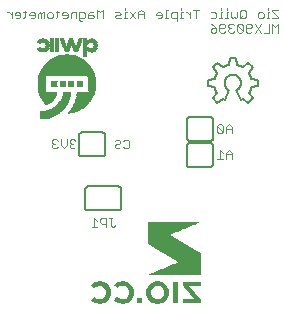
<source format=gbr>
G04 EAGLE Gerber RS-274X export*
G75*
%MOMM*%
%FSLAX34Y34*%
%LPD*%
%AMOC8*
5,1,8,0,0,1.08239X$1,22.5*%
G01*
%ADD10C,0.076200*%
%ADD11C,0.152400*%
%ADD12R,0.120000X0.020000*%
%ADD13R,0.340000X0.020000*%
%ADD14R,0.320000X0.020000*%
%ADD15R,0.140000X0.020000*%
%ADD16R,0.280000X0.020000*%
%ADD17R,0.360000X0.020000*%
%ADD18R,0.420000X0.020000*%
%ADD19R,0.380000X0.020000*%
%ADD20R,0.480000X0.020000*%
%ADD21R,0.540000X0.020000*%
%ADD22R,0.560000X0.020000*%
%ADD23R,0.400000X0.020000*%
%ADD24R,0.640000X0.020000*%
%ADD25R,0.620000X0.020000*%
%ADD26R,0.700000X0.020000*%
%ADD27R,0.660000X0.020000*%
%ADD28R,0.740000X0.020000*%
%ADD29R,1.080000X0.020000*%
%ADD30R,0.800000X0.020000*%
%ADD31R,1.100000X0.020000*%
%ADD32R,0.440000X0.020000*%
%ADD33R,0.840000X0.020000*%
%ADD34R,1.120000X0.020000*%
%ADD35R,0.460000X0.020000*%
%ADD36R,0.860000X0.020000*%
%ADD37R,0.900000X0.020000*%
%ADD38R,1.140000X0.020000*%
%ADD39R,0.920000X0.020000*%
%ADD40R,1.160000X0.020000*%
%ADD41R,0.960000X0.020000*%
%ADD42R,0.500000X0.020000*%
%ADD43R,0.520000X0.020000*%
%ADD44R,0.940000X0.020000*%
%ADD45R,0.260000X0.020000*%
%ADD46R,0.180000X0.020000*%
%ADD47R,0.580000X0.020000*%
%ADD48R,0.060000X0.020000*%
%ADD49R,0.600000X0.020000*%
%ADD50R,0.300000X0.020000*%
%ADD51R,0.040000X0.020000*%
%ADD52R,0.100000X0.020000*%
%ADD53R,0.160000X0.020000*%
%ADD54R,0.220000X0.020000*%
%ADD55R,0.980000X0.020000*%
%ADD56R,0.880000X0.020000*%
%ADD57R,0.760000X0.020000*%
%ADD58R,1.060000X0.020000*%
%ADD59R,0.720000X0.020000*%
%ADD60R,0.820000X0.020000*%
%ADD61R,1.180000X0.020000*%
%ADD62R,1.340000X0.020000*%
%ADD63R,1.460000X0.020000*%
%ADD64R,1.600000X0.020000*%
%ADD65R,1.700000X0.020000*%
%ADD66R,1.820000X0.020000*%
%ADD67R,1.900000X0.020000*%
%ADD68R,1.980000X0.020000*%
%ADD69R,2.100000X0.020000*%
%ADD70R,2.160000X0.020000*%
%ADD71R,2.260000X0.020000*%
%ADD72R,2.340000X0.020000*%
%ADD73R,2.400000X0.020000*%
%ADD74R,2.480000X0.020000*%
%ADD75R,2.540000X0.020000*%
%ADD76R,2.600000X0.020000*%
%ADD77R,2.680000X0.020000*%
%ADD78R,2.720000X0.020000*%
%ADD79R,2.800000X0.020000*%
%ADD80R,2.840000X0.020000*%
%ADD81R,2.900000X0.020000*%
%ADD82R,2.960000X0.020000*%
%ADD83R,3.000000X0.020000*%
%ADD84R,3.060000X0.020000*%
%ADD85R,3.120000X0.020000*%
%ADD86R,3.160000X0.020000*%
%ADD87R,3.200000X0.020000*%
%ADD88R,3.260000X0.020000*%
%ADD89R,3.300000X0.020000*%
%ADD90R,3.340000X0.020000*%
%ADD91R,3.380000X0.020000*%
%ADD92R,3.420000X0.020000*%
%ADD93R,3.460000X0.020000*%
%ADD94R,3.520000X0.020000*%
%ADD95R,3.540000X0.020000*%
%ADD96R,3.580000X0.020000*%
%ADD97R,3.620000X0.020000*%
%ADD98R,3.660000X0.020000*%
%ADD99R,3.700000X0.020000*%
%ADD100R,3.740000X0.020000*%
%ADD101R,3.780000X0.020000*%
%ADD102R,3.800000X0.020000*%
%ADD103R,3.840000X0.020000*%
%ADD104R,3.860000X0.020000*%
%ADD105R,3.900000X0.020000*%
%ADD106R,3.940000X0.020000*%
%ADD107R,3.960000X0.020000*%
%ADD108R,3.980000X0.020000*%
%ADD109R,4.020000X0.020000*%
%ADD110R,4.060000X0.020000*%
%ADD111R,4.080000X0.020000*%
%ADD112R,4.100000X0.020000*%
%ADD113R,4.120000X0.020000*%
%ADD114R,4.160000X0.020000*%
%ADD115R,4.180000X0.020000*%
%ADD116R,4.200000X0.020000*%
%ADD117R,4.240000X0.020000*%
%ADD118R,4.260000X0.020000*%
%ADD119R,4.280000X0.020000*%
%ADD120R,4.300000X0.020000*%
%ADD121R,4.320000X0.020000*%
%ADD122R,4.340000X0.020000*%
%ADD123R,4.380000X0.020000*%
%ADD124R,4.400000X0.020000*%
%ADD125R,4.440000X0.020000*%
%ADD126R,4.460000X0.020000*%
%ADD127R,4.500000X0.020000*%
%ADD128R,4.520000X0.020000*%
%ADD129R,4.540000X0.020000*%
%ADD130R,4.560000X0.020000*%
%ADD131R,4.580000X0.020000*%
%ADD132R,4.600000X0.020000*%
%ADD133R,4.620000X0.020000*%
%ADD134R,4.640000X0.020000*%
%ADD135R,4.660000X0.020000*%
%ADD136R,4.680000X0.020000*%
%ADD137R,4.700000X0.020000*%
%ADD138R,4.720000X0.020000*%
%ADD139R,4.740000X0.020000*%
%ADD140R,0.680000X0.020000*%
%ADD141R,1.480000X0.020000*%
%ADD142R,1.580000X0.020000*%
%ADD143R,1.560000X0.020000*%
%ADD144R,1.540000X0.020000*%
%ADD145R,1.520000X0.020000*%
%ADD146R,1.500000X0.020000*%
%ADD147R,1.440000X0.020000*%
%ADD148R,1.400000X0.020000*%
%ADD149R,1.420000X0.020000*%
%ADD150R,1.380000X0.020000*%
%ADD151R,1.360000X0.020000*%
%ADD152R,1.320000X0.020000*%
%ADD153R,1.300000X0.020000*%
%ADD154R,1.260000X0.020000*%
%ADD155R,1.220000X0.020000*%
%ADD156R,1.200000X0.020000*%
%ADD157R,1.040000X0.020000*%
%ADD158R,1.020000X0.020000*%
%ADD159R,1.000000X0.020000*%
%ADD160R,1.280000X0.020000*%
%ADD161R,0.780000X0.020000*%
%ADD162R,1.240000X0.020000*%
%ADD163R,0.020000X0.020000*%
%ADD164R,1.840000X0.020000*%
%ADD165R,1.800000X0.020000*%
%ADD166R,1.780000X0.020000*%
%ADD167R,1.760000X0.020000*%
%ADD168R,1.740000X0.020000*%
%ADD169R,1.680000X0.020000*%
%ADD170R,1.660000X0.020000*%
%ADD171R,1.620000X0.020000*%

G36*
X173595Y32065D02*
X173595Y32065D01*
X173594Y32066D01*
X173595Y32067D01*
X173595Y50777D01*
X173590Y50782D01*
X173590Y50787D01*
X173354Y50941D01*
X173353Y50941D01*
X171919Y51780D01*
X170486Y52616D01*
X169050Y53452D01*
X167614Y54286D01*
X166177Y55120D01*
X164741Y55954D01*
X163306Y56788D01*
X161868Y57622D01*
X160433Y58456D01*
X159019Y59277D01*
X157605Y60098D01*
X156194Y60921D01*
X153370Y62567D01*
X151960Y63393D01*
X150550Y64222D01*
X149144Y65052D01*
X147768Y65889D01*
X149302Y66574D01*
X150865Y67245D01*
X152432Y67913D01*
X154000Y68579D01*
X155567Y69242D01*
X157136Y69904D01*
X158705Y70566D01*
X160276Y71225D01*
X161882Y71900D01*
X163487Y72574D01*
X165093Y73249D01*
X166699Y73926D01*
X168304Y74601D01*
X169910Y75277D01*
X171514Y75956D01*
X173118Y76638D01*
X173120Y76643D01*
X173125Y76647D01*
X173123Y76649D01*
X173125Y76652D01*
X173118Y76655D01*
X173114Y76661D01*
X171468Y76769D01*
X171467Y76769D01*
X171133Y76773D01*
X171130Y76773D01*
X170024Y76784D01*
X170024Y76785D01*
X170021Y76785D01*
X169768Y76787D01*
X168345Y76796D01*
X168340Y76796D01*
X168069Y76798D01*
X166370Y76806D01*
X165049Y76808D01*
X165034Y76808D01*
X164671Y76809D01*
X162972Y76813D01*
X161273Y76815D01*
X159573Y76816D01*
X157874Y76818D01*
X156175Y76818D01*
X154476Y76820D01*
X151078Y76820D01*
X150959Y76820D01*
X150930Y76820D01*
X149359Y76822D01*
X144202Y76822D01*
X142483Y76824D01*
X139044Y76824D01*
X137325Y76826D01*
X132168Y76826D01*
X130449Y76827D01*
X130449Y76828D01*
X128730Y76828D01*
X128718Y76817D01*
X128719Y76816D01*
X128718Y76816D01*
X128718Y58028D01*
X128723Y58023D01*
X128724Y58018D01*
X130163Y57184D01*
X133045Y55512D01*
X134485Y54677D01*
X135926Y53843D01*
X137365Y53007D01*
X138806Y52171D01*
X140247Y51335D01*
X141687Y50500D01*
X143129Y49664D01*
X144572Y48826D01*
X146013Y47989D01*
X147455Y47149D01*
X148897Y46310D01*
X150339Y45471D01*
X151778Y44627D01*
X153217Y43784D01*
X154629Y42942D01*
X152988Y42227D01*
X151318Y41518D01*
X149649Y40812D01*
X147979Y40108D01*
X146307Y39404D01*
X144634Y38702D01*
X142963Y37999D01*
X141353Y37324D01*
X139742Y36648D01*
X138131Y35973D01*
X136522Y35298D01*
X134910Y34622D01*
X133299Y33947D01*
X130080Y32593D01*
X128883Y32087D01*
X128880Y32081D01*
X128875Y32077D01*
X128877Y32075D01*
X128876Y32073D01*
X128882Y32069D01*
X128887Y32064D01*
X134044Y32064D01*
X135762Y32062D01*
X142638Y32062D01*
X144357Y32060D01*
X151235Y32060D01*
X152954Y32058D01*
X159831Y32058D01*
X161550Y32057D01*
X168426Y32057D01*
X170145Y32055D01*
X173583Y32055D01*
X173595Y32065D01*
G37*
G36*
X137724Y7719D02*
X137724Y7719D01*
X138266Y7732D01*
X138267Y7732D01*
X139531Y7909D01*
X139531Y7910D01*
X139532Y7910D01*
X139533Y7910D01*
X141223Y8513D01*
X141224Y8515D01*
X141225Y8514D01*
X142772Y9427D01*
X142773Y9428D01*
X142774Y9428D01*
X144124Y10611D01*
X144124Y10613D01*
X144125Y10613D01*
X145210Y11992D01*
X145209Y11993D01*
X145211Y11994D01*
X146010Y13554D01*
X146010Y13555D01*
X146011Y13556D01*
X146475Y15248D01*
X146475Y15249D01*
X146476Y15250D01*
X146620Y16996D01*
X146619Y16997D01*
X146620Y16998D01*
X146485Y18790D01*
X146484Y18792D01*
X146484Y18793D01*
X146002Y20525D01*
X146000Y20526D01*
X146001Y20527D01*
X145196Y22114D01*
X145195Y22115D01*
X145195Y22116D01*
X144099Y23519D01*
X144098Y23519D01*
X144098Y23520D01*
X142759Y24696D01*
X142758Y24696D01*
X142758Y24698D01*
X141229Y25608D01*
X141227Y25608D01*
X141227Y25609D01*
X139555Y26226D01*
X139554Y26225D01*
X139553Y26226D01*
X138154Y26451D01*
X138153Y26451D01*
X137725Y26473D01*
X137350Y26492D01*
X136873Y26516D01*
X136737Y26523D01*
X136736Y26522D01*
X136736Y26523D01*
X135322Y26442D01*
X135321Y26441D01*
X135320Y26442D01*
X133555Y25988D01*
X133554Y25987D01*
X133553Y25988D01*
X131889Y25243D01*
X131888Y25242D01*
X131887Y25242D01*
X130378Y24222D01*
X130378Y24220D01*
X130376Y24220D01*
X129393Y23209D01*
X129393Y23208D01*
X129391Y23208D01*
X128578Y22055D01*
X128578Y22054D01*
X128577Y22054D01*
X127922Y20803D01*
X127922Y20802D01*
X127921Y20802D01*
X127450Y19472D01*
X127450Y19470D01*
X127449Y19470D01*
X127233Y17908D01*
X127234Y17907D01*
X127233Y17906D01*
X127233Y16326D01*
X127234Y16325D01*
X127233Y16324D01*
X127451Y14763D01*
X127452Y14762D01*
X127451Y14760D01*
X128013Y13189D01*
X128014Y13189D01*
X128014Y13188D01*
X128835Y11734D01*
X128836Y11733D01*
X128836Y11732D01*
X129898Y10446D01*
X129900Y10446D01*
X129900Y10445D01*
X131175Y9369D01*
X131176Y9369D01*
X131176Y9368D01*
X132619Y8532D01*
X132621Y8533D01*
X132621Y8532D01*
X134016Y7996D01*
X134018Y7996D01*
X134019Y7995D01*
X135493Y7746D01*
X135494Y7747D01*
X135494Y7746D01*
X136988Y7702D01*
X136989Y7703D01*
X136989Y7702D01*
X137724Y7719D01*
G37*
G36*
X173699Y7914D02*
X173699Y7914D01*
X173699Y7915D01*
X173697Y9457D01*
X173694Y10999D01*
X173690Y11003D01*
X173691Y11007D01*
X172692Y12168D01*
X171694Y13327D01*
X169697Y15650D01*
X168698Y16809D01*
X167700Y17971D01*
X166699Y19132D01*
X165701Y20291D01*
X164702Y21453D01*
X163721Y22593D01*
X165308Y22602D01*
X168534Y22620D01*
X170147Y22629D01*
X171760Y22638D01*
X173375Y22647D01*
X173387Y22658D01*
X173386Y22659D01*
X173387Y22659D01*
X173387Y26213D01*
X173376Y26224D01*
X173375Y26224D01*
X173375Y26225D01*
X158422Y26225D01*
X158411Y26214D01*
X158411Y26213D01*
X158410Y26213D01*
X158410Y23180D01*
X158414Y23177D01*
X158413Y23173D01*
X159415Y22006D01*
X160418Y20841D01*
X161420Y19674D01*
X162422Y18509D01*
X163424Y17344D01*
X164426Y16178D01*
X165429Y15013D01*
X166431Y13846D01*
X167433Y12681D01*
X168418Y11534D01*
X168210Y11533D01*
X168205Y11533D01*
X166774Y11525D01*
X166030Y11521D01*
X166025Y11521D01*
X165103Y11516D01*
X163849Y11509D01*
X163844Y11509D01*
X163433Y11506D01*
X161764Y11497D01*
X161672Y11497D01*
X161666Y11497D01*
X160092Y11488D01*
X159336Y11485D01*
X159329Y11485D01*
X158422Y11481D01*
X158410Y11470D01*
X158411Y11470D01*
X158410Y11469D01*
X158410Y7915D01*
X158421Y7904D01*
X158422Y7904D01*
X173687Y7904D01*
X173699Y7914D01*
G37*
G36*
X108261Y7703D02*
X108261Y7703D01*
X108262Y7702D01*
X109970Y7898D01*
X109971Y7900D01*
X109972Y7899D01*
X111541Y8453D01*
X111542Y8454D01*
X111543Y8454D01*
X112994Y9269D01*
X112994Y9271D01*
X112995Y9271D01*
X114266Y10342D01*
X114267Y10344D01*
X114268Y10344D01*
X115318Y11633D01*
X115318Y11635D01*
X115319Y11635D01*
X116122Y13093D01*
X116121Y13094D01*
X116123Y13094D01*
X116678Y14663D01*
X116678Y14665D01*
X116679Y14666D01*
X116851Y15882D01*
X116850Y15883D01*
X116851Y15883D01*
X116866Y17116D01*
X116865Y17116D01*
X116866Y17116D01*
X116836Y18453D01*
X116835Y18454D01*
X116836Y18455D01*
X116578Y19763D01*
X116577Y19764D01*
X116578Y19765D01*
X116011Y21237D01*
X116010Y21238D01*
X116010Y21239D01*
X115220Y22605D01*
X115219Y22605D01*
X115219Y22607D01*
X114208Y23817D01*
X114206Y23817D01*
X114206Y23819D01*
X112999Y24832D01*
X112998Y24832D01*
X112997Y24833D01*
X111631Y25620D01*
X111630Y25619D01*
X111629Y25620D01*
X110154Y26180D01*
X110152Y26179D01*
X110152Y26180D01*
X108592Y26468D01*
X108591Y26467D01*
X108590Y26468D01*
X108581Y26468D01*
X108268Y26480D01*
X107955Y26492D01*
X107642Y26504D01*
X107641Y26504D01*
X107329Y26516D01*
X107328Y26516D01*
X107015Y26528D01*
X107006Y26528D01*
X107005Y26528D01*
X105425Y26387D01*
X105424Y26387D01*
X105423Y26387D01*
X104075Y26091D01*
X104074Y26090D01*
X102782Y25602D01*
X102782Y25601D01*
X102781Y25601D01*
X101590Y24903D01*
X101590Y24901D01*
X101589Y24902D01*
X100499Y24053D01*
X100498Y24053D01*
X100140Y23746D01*
X100139Y23737D01*
X100138Y23736D01*
X100138Y23735D01*
X100138Y23730D01*
X100139Y23730D01*
X100139Y23729D01*
X100781Y22990D01*
X101421Y22253D01*
X102704Y20775D01*
X102711Y20774D01*
X102713Y20774D01*
X102720Y20773D01*
X102721Y20773D01*
X103470Y21336D01*
X104884Y22209D01*
X106459Y22731D01*
X108116Y22759D01*
X109696Y22261D01*
X110975Y21363D01*
X111924Y20122D01*
X112502Y18668D01*
X112701Y17114D01*
X112522Y15559D01*
X111962Y14097D01*
X111037Y12836D01*
X109971Y12002D01*
X108709Y11517D01*
X107359Y11378D01*
X105891Y11526D01*
X104515Y12050D01*
X103300Y12892D01*
X102628Y13446D01*
X102612Y13445D01*
X101317Y12139D01*
X100670Y11488D01*
X100022Y10835D01*
X100022Y10832D01*
X100022Y10831D01*
X100021Y10820D01*
X100023Y10820D01*
X100023Y10818D01*
X100701Y10193D01*
X100702Y10193D01*
X100702Y10192D01*
X101938Y9194D01*
X101939Y9194D01*
X101939Y9193D01*
X103318Y8408D01*
X103320Y8408D01*
X103320Y8407D01*
X104824Y7899D01*
X104825Y7899D01*
X104826Y7898D01*
X106536Y7706D01*
X106537Y7707D01*
X106537Y7706D01*
X108260Y7702D01*
X108261Y7703D01*
G37*
G36*
X88996Y7701D02*
X88996Y7701D01*
X88997Y7701D01*
X90745Y7902D01*
X90747Y7903D01*
X90748Y7902D01*
X92317Y8471D01*
X92318Y8473D01*
X92319Y8472D01*
X93757Y9319D01*
X93757Y9320D01*
X93758Y9320D01*
X95018Y10414D01*
X95019Y10415D01*
X95020Y10415D01*
X96060Y11719D01*
X96060Y11721D01*
X96062Y11721D01*
X96855Y13190D01*
X96855Y13191D01*
X96856Y13191D01*
X97379Y14777D01*
X97379Y14778D01*
X97380Y14779D01*
X97383Y14802D01*
X97390Y14850D01*
X97395Y14885D01*
X97397Y14897D01*
X97402Y14933D01*
X97404Y14945D01*
X97409Y14981D01*
X97416Y15029D01*
X97423Y15076D01*
X97424Y15076D01*
X97423Y15076D01*
X97431Y15124D01*
X97436Y15160D01*
X97438Y15172D01*
X97443Y15208D01*
X97445Y15220D01*
X97450Y15255D01*
X97457Y15303D01*
X97464Y15351D01*
X97471Y15399D01*
X97476Y15434D01*
X97476Y15435D01*
X97478Y15446D01*
X97483Y15482D01*
X97485Y15494D01*
X97490Y15530D01*
X97497Y15578D01*
X97504Y15625D01*
X97504Y15626D01*
X97511Y15673D01*
X97517Y15709D01*
X97518Y15721D01*
X97524Y15757D01*
X97525Y15769D01*
X97531Y15805D01*
X97538Y15852D01*
X97545Y15900D01*
X97552Y15948D01*
X97557Y15984D01*
X97559Y15996D01*
X97564Y16031D01*
X97566Y16043D01*
X97571Y16079D01*
X97578Y16127D01*
X97585Y16175D01*
X97592Y16222D01*
X97598Y16258D01*
X97599Y16270D01*
X97605Y16306D01*
X97606Y16318D01*
X97612Y16354D01*
X97619Y16401D01*
X97623Y16430D01*
X97622Y16432D01*
X97623Y16433D01*
X97579Y18100D01*
X97578Y18101D01*
X97579Y18102D01*
X97277Y19701D01*
X97276Y19702D01*
X97277Y19703D01*
X96717Y21230D01*
X96716Y21230D01*
X96716Y21232D01*
X95901Y22638D01*
X95899Y22638D01*
X95899Y22640D01*
X94844Y23876D01*
X94843Y23876D01*
X94843Y23877D01*
X93584Y24907D01*
X93583Y24907D01*
X93583Y24908D01*
X92163Y25702D01*
X92162Y25702D01*
X92162Y25703D01*
X90631Y26253D01*
X90629Y26252D01*
X90628Y26254D01*
X88862Y26482D01*
X88861Y26482D01*
X88860Y26482D01*
X87494Y26478D01*
X87483Y26478D01*
X87075Y26477D01*
X87075Y26476D01*
X87074Y26477D01*
X85307Y26248D01*
X85306Y26247D01*
X85305Y26248D01*
X83769Y25721D01*
X83768Y25720D01*
X83767Y25720D01*
X82337Y24956D01*
X82336Y24954D01*
X82335Y24955D01*
X81594Y24379D01*
X81594Y24378D01*
X81593Y24378D01*
X80940Y23714D01*
X80940Y23698D01*
X81731Y22709D01*
X81732Y22708D01*
X82569Y21753D01*
X82570Y21753D01*
X83451Y20842D01*
X83465Y20841D01*
X83467Y20841D01*
X84249Y21393D01*
X85420Y22153D01*
X86723Y22642D01*
X88110Y22779D01*
X89565Y22585D01*
X90904Y21994D01*
X92004Y21029D01*
X92794Y19794D01*
X93261Y18458D01*
X93378Y17047D01*
X93188Y15459D01*
X92597Y13975D01*
X91608Y12721D01*
X90289Y11823D01*
X89333Y11468D01*
X88312Y11393D01*
X86754Y11475D01*
X85294Y12006D01*
X84009Y12888D01*
X83290Y13452D01*
X83274Y13451D01*
X82056Y12227D01*
X80836Y10892D01*
X80836Y10876D01*
X81679Y9967D01*
X81680Y9966D01*
X82640Y9175D01*
X82642Y9176D01*
X82642Y9174D01*
X84014Y8430D01*
X84015Y8430D01*
X84015Y8429D01*
X85484Y7906D01*
X85486Y7907D01*
X85487Y7905D01*
X87233Y7702D01*
X87234Y7703D01*
X87234Y7702D01*
X88996Y7701D01*
X88996Y7701D01*
G37*
%LPC*%
G36*
X135530Y11490D02*
X135530Y11490D01*
X134182Y12033D01*
X133040Y12935D01*
X132168Y14101D01*
X131615Y15446D01*
X131461Y17016D01*
X131602Y18507D01*
X132120Y19907D01*
X133013Y21106D01*
X134253Y22084D01*
X135721Y22664D01*
X137294Y22804D01*
X137722Y22721D01*
X138843Y22498D01*
X140326Y21653D01*
X141461Y20372D01*
X142171Y18814D01*
X142412Y17120D01*
X142171Y15366D01*
X141434Y13758D01*
X140226Y12466D01*
X138669Y11625D01*
X137722Y11475D01*
X137109Y11380D01*
X135530Y11490D01*
G37*
%LPD*%
G36*
X154462Y7914D02*
X154462Y7914D01*
X154461Y7915D01*
X154462Y7915D01*
X154462Y26213D01*
X154452Y26224D01*
X154451Y26224D01*
X154450Y26225D01*
X150372Y26225D01*
X150360Y26214D01*
X150361Y26213D01*
X150360Y26213D01*
X150360Y7915D01*
X150370Y7904D01*
X150371Y7904D01*
X150372Y7904D01*
X154450Y7904D01*
X154462Y7914D01*
G37*
G36*
X124141Y7914D02*
X124141Y7914D01*
X124140Y7915D01*
X124141Y7915D01*
X124141Y12098D01*
X124130Y12110D01*
X124129Y12109D01*
X124129Y12110D01*
X119946Y12110D01*
X119934Y12099D01*
X119935Y12099D01*
X119934Y12098D01*
X119934Y7915D01*
X119945Y7904D01*
X119946Y7904D01*
X124129Y7904D01*
X124141Y7914D01*
G37*
D10*
X239141Y256673D02*
X234226Y256673D01*
X234226Y255445D01*
X239141Y250530D01*
X239141Y249301D01*
X234226Y249301D01*
X231657Y254216D02*
X230428Y254216D01*
X230428Y249301D01*
X231657Y249301D02*
X229199Y249301D01*
X230428Y256673D02*
X230428Y257902D01*
X225439Y249301D02*
X222981Y249301D01*
X221753Y250530D01*
X221753Y252987D01*
X222981Y254216D01*
X225439Y254216D01*
X226667Y252987D01*
X226667Y250530D01*
X225439Y249301D01*
X211699Y250530D02*
X211699Y255445D01*
X210470Y256673D01*
X208013Y256673D01*
X206784Y255445D01*
X206784Y250530D01*
X208013Y249301D01*
X210470Y249301D01*
X211699Y250530D01*
X209242Y251758D02*
X206784Y249301D01*
X204215Y250530D02*
X204215Y254216D01*
X204215Y250530D02*
X202986Y249301D01*
X201758Y250530D01*
X200529Y249301D01*
X199300Y250530D01*
X199300Y254216D01*
X196731Y254216D02*
X195502Y254216D01*
X195502Y249301D01*
X196731Y249301D02*
X194273Y249301D01*
X195502Y256673D02*
X195502Y257902D01*
X191741Y254216D02*
X190513Y254216D01*
X190513Y249301D01*
X191741Y249301D02*
X189284Y249301D01*
X190513Y256673D02*
X190513Y257902D01*
X185523Y254216D02*
X181837Y254216D01*
X185523Y254216D02*
X186752Y252987D01*
X186752Y250530D01*
X185523Y249301D01*
X181837Y249301D01*
X169326Y249301D02*
X169326Y256673D01*
X166869Y256673D02*
X171784Y256673D01*
X164299Y254216D02*
X164299Y249301D01*
X164299Y251758D02*
X161842Y254216D01*
X160613Y254216D01*
X158063Y254216D02*
X156834Y254216D01*
X156834Y249301D01*
X158063Y249301D02*
X155605Y249301D01*
X156834Y256673D02*
X156834Y257902D01*
X153073Y254216D02*
X153073Y246844D01*
X153073Y254216D02*
X149387Y254216D01*
X148158Y252987D01*
X148158Y250530D01*
X149387Y249301D01*
X153073Y249301D01*
X145589Y256673D02*
X144360Y256673D01*
X144360Y249301D01*
X143132Y249301D02*
X145589Y249301D01*
X139371Y249301D02*
X136914Y249301D01*
X139371Y249301D02*
X140600Y250530D01*
X140600Y252987D01*
X139371Y254216D01*
X136914Y254216D01*
X135685Y252987D01*
X135685Y251758D01*
X140600Y251758D01*
X125631Y249301D02*
X125631Y254216D01*
X123174Y256673D01*
X120716Y254216D01*
X120716Y249301D01*
X120716Y252987D02*
X125631Y252987D01*
X118147Y254216D02*
X113232Y249301D01*
X118147Y249301D02*
X113232Y254216D01*
X110663Y254216D02*
X109434Y254216D01*
X109434Y249301D01*
X108206Y249301D02*
X110663Y249301D01*
X109434Y256673D02*
X109434Y257902D01*
X105674Y249301D02*
X101987Y249301D01*
X100759Y250530D01*
X101987Y251758D01*
X104445Y251758D01*
X105674Y252987D01*
X104445Y254216D01*
X100759Y254216D01*
X90705Y256673D02*
X90705Y249301D01*
X88248Y254216D02*
X90705Y256673D01*
X88248Y254216D02*
X85790Y256673D01*
X85790Y249301D01*
X81992Y254216D02*
X79535Y254216D01*
X78306Y252987D01*
X78306Y249301D01*
X81992Y249301D01*
X83221Y250530D01*
X81992Y251758D01*
X78306Y251758D01*
X73280Y246844D02*
X72051Y246844D01*
X70822Y248072D01*
X70822Y254216D01*
X74508Y254216D01*
X75737Y252987D01*
X75737Y250530D01*
X74508Y249301D01*
X70822Y249301D01*
X68253Y249301D02*
X68253Y254216D01*
X64567Y254216D01*
X63338Y252987D01*
X63338Y249301D01*
X59540Y249301D02*
X57083Y249301D01*
X59540Y249301D02*
X60769Y250530D01*
X60769Y252987D01*
X59540Y254216D01*
X57083Y254216D01*
X55854Y252987D01*
X55854Y251758D01*
X60769Y251758D01*
X52056Y250530D02*
X52056Y255445D01*
X52056Y250530D02*
X50827Y249301D01*
X50827Y254216D02*
X53284Y254216D01*
X47066Y249301D02*
X44609Y249301D01*
X43380Y250530D01*
X43380Y252987D01*
X44609Y254216D01*
X47066Y254216D01*
X48295Y252987D01*
X48295Y250530D01*
X47066Y249301D01*
X40811Y249301D02*
X40811Y254216D01*
X39582Y254216D01*
X38353Y252987D01*
X38353Y249301D01*
X38353Y252987D02*
X37125Y254216D01*
X35896Y252987D01*
X35896Y249301D01*
X32098Y249301D02*
X29641Y249301D01*
X32098Y249301D02*
X33327Y250530D01*
X33327Y252987D01*
X32098Y254216D01*
X29641Y254216D01*
X28412Y252987D01*
X28412Y251758D01*
X33327Y251758D01*
X24614Y250530D02*
X24614Y255445D01*
X24614Y250530D02*
X23385Y249301D01*
X23385Y254216D02*
X25843Y254216D01*
X19624Y249301D02*
X17167Y249301D01*
X19624Y249301D02*
X20853Y250530D01*
X20853Y252987D01*
X19624Y254216D01*
X17167Y254216D01*
X15938Y252987D01*
X15938Y251758D01*
X20853Y251758D01*
X13369Y249301D02*
X13369Y254216D01*
X10912Y254216D02*
X13369Y251758D01*
X10912Y254216D02*
X9683Y254216D01*
X239141Y244481D02*
X239141Y237109D01*
X236684Y242024D02*
X239141Y244481D01*
X236684Y242024D02*
X234226Y244481D01*
X234226Y237109D01*
X231657Y237109D02*
X231657Y244481D01*
X231657Y237109D02*
X226742Y237109D01*
X219258Y237109D02*
X224173Y244481D01*
X219258Y244481D02*
X224173Y237109D01*
X216689Y238338D02*
X215460Y237109D01*
X213002Y237109D01*
X211774Y238338D01*
X211774Y243253D01*
X213002Y244481D01*
X215460Y244481D01*
X216689Y243253D01*
X216689Y242024D01*
X215460Y240795D01*
X211774Y240795D01*
X209204Y238338D02*
X209204Y243253D01*
X207976Y244481D01*
X205518Y244481D01*
X204290Y243253D01*
X204290Y238338D01*
X205518Y237109D01*
X207976Y237109D01*
X209204Y238338D01*
X204290Y243253D01*
X201720Y243253D02*
X200492Y244481D01*
X198034Y244481D01*
X196805Y243253D01*
X196805Y242024D01*
X198034Y240795D01*
X199263Y240795D01*
X198034Y240795D02*
X196805Y239566D01*
X196805Y238338D01*
X198034Y237109D01*
X200492Y237109D01*
X201720Y238338D01*
X194236Y238338D02*
X193007Y237109D01*
X190550Y237109D01*
X189321Y238338D01*
X189321Y243253D01*
X190550Y244481D01*
X193007Y244481D01*
X194236Y243253D01*
X194236Y242024D01*
X193007Y240795D01*
X189321Y240795D01*
X184295Y243253D02*
X181837Y244481D01*
X184295Y243253D02*
X186752Y240795D01*
X186752Y238338D01*
X185523Y237109D01*
X183066Y237109D01*
X181837Y238338D01*
X181837Y239566D01*
X183066Y240795D01*
X186752Y240795D01*
X100965Y74000D02*
X99736Y72771D01*
X98508Y72771D01*
X97279Y74000D01*
X97279Y80143D01*
X98508Y80143D02*
X96050Y80143D01*
X93481Y80143D02*
X93481Y72771D01*
X93481Y80143D02*
X89795Y80143D01*
X88566Y78915D01*
X88566Y76457D01*
X89795Y75228D01*
X93481Y75228D01*
X85997Y77686D02*
X83539Y80143D01*
X83539Y72771D01*
X81082Y72771D02*
X85997Y72771D01*
X199771Y152019D02*
X199771Y156934D01*
X197314Y159391D01*
X194856Y156934D01*
X194856Y152019D01*
X194856Y155705D02*
X199771Y155705D01*
X192287Y153248D02*
X192287Y158163D01*
X191058Y159391D01*
X188601Y159391D01*
X187372Y158163D01*
X187372Y153248D01*
X188601Y152019D01*
X191058Y152019D01*
X192287Y153248D01*
X187372Y158163D01*
X199771Y135344D02*
X199771Y130429D01*
X199771Y135344D02*
X197314Y137801D01*
X194856Y135344D01*
X194856Y130429D01*
X194856Y134115D02*
X199771Y134115D01*
X192287Y135344D02*
X189829Y137801D01*
X189829Y130429D01*
X187372Y130429D02*
X192287Y130429D01*
X109217Y146437D02*
X107988Y145209D01*
X109217Y146437D02*
X111674Y146437D01*
X112903Y145209D01*
X112903Y140294D01*
X111674Y139065D01*
X109217Y139065D01*
X107988Y140294D01*
X101733Y146437D02*
X100504Y145209D01*
X101733Y146437D02*
X104190Y146437D01*
X105419Y145209D01*
X105419Y143980D01*
X104190Y142751D01*
X101733Y142751D01*
X100504Y141522D01*
X100504Y140294D01*
X101733Y139065D01*
X104190Y139065D01*
X105419Y140294D01*
X67437Y145463D02*
X66208Y146691D01*
X63751Y146691D01*
X62522Y145463D01*
X62522Y144234D01*
X63751Y143005D01*
X64980Y143005D01*
X63751Y143005D02*
X62522Y141776D01*
X62522Y140548D01*
X63751Y139319D01*
X66208Y139319D01*
X67437Y140548D01*
X59953Y141776D02*
X59953Y146691D01*
X59953Y141776D02*
X57495Y139319D01*
X55038Y141776D01*
X55038Y146691D01*
X52469Y145463D02*
X51240Y146691D01*
X48783Y146691D01*
X47554Y145463D01*
X47554Y144234D01*
X48783Y143005D01*
X50011Y143005D01*
X48783Y143005D02*
X47554Y141776D01*
X47554Y140548D01*
X48783Y139319D01*
X51240Y139319D01*
X52469Y140548D01*
D11*
X78232Y86708D02*
X103632Y86708D01*
X78232Y107028D02*
X78132Y107026D01*
X78033Y107020D01*
X77933Y107010D01*
X77835Y106997D01*
X77736Y106979D01*
X77639Y106958D01*
X77543Y106933D01*
X77447Y106904D01*
X77353Y106871D01*
X77260Y106835D01*
X77169Y106795D01*
X77079Y106751D01*
X76991Y106704D01*
X76905Y106654D01*
X76821Y106600D01*
X76739Y106543D01*
X76660Y106483D01*
X76582Y106419D01*
X76508Y106353D01*
X76436Y106284D01*
X76367Y106212D01*
X76301Y106138D01*
X76237Y106060D01*
X76177Y105981D01*
X76120Y105899D01*
X76066Y105815D01*
X76016Y105729D01*
X75969Y105641D01*
X75925Y105551D01*
X75885Y105460D01*
X75849Y105367D01*
X75816Y105273D01*
X75787Y105177D01*
X75762Y105081D01*
X75741Y104984D01*
X75723Y104885D01*
X75710Y104787D01*
X75700Y104687D01*
X75694Y104588D01*
X75692Y104488D01*
X103632Y107028D02*
X103732Y107026D01*
X103831Y107020D01*
X103931Y107010D01*
X104029Y106997D01*
X104128Y106979D01*
X104225Y106958D01*
X104321Y106933D01*
X104417Y106904D01*
X104511Y106871D01*
X104604Y106835D01*
X104695Y106795D01*
X104785Y106751D01*
X104873Y106704D01*
X104959Y106654D01*
X105043Y106600D01*
X105125Y106543D01*
X105204Y106483D01*
X105282Y106419D01*
X105356Y106353D01*
X105428Y106284D01*
X105497Y106212D01*
X105563Y106138D01*
X105627Y106060D01*
X105687Y105981D01*
X105744Y105899D01*
X105798Y105815D01*
X105848Y105729D01*
X105895Y105641D01*
X105939Y105551D01*
X105979Y105460D01*
X106015Y105367D01*
X106048Y105273D01*
X106077Y105177D01*
X106102Y105081D01*
X106123Y104984D01*
X106141Y104885D01*
X106154Y104787D01*
X106164Y104687D01*
X106170Y104588D01*
X106172Y104488D01*
X106172Y89248D02*
X106170Y89148D01*
X106164Y89049D01*
X106154Y88949D01*
X106141Y88851D01*
X106123Y88752D01*
X106102Y88655D01*
X106077Y88559D01*
X106048Y88463D01*
X106015Y88369D01*
X105979Y88276D01*
X105939Y88185D01*
X105895Y88095D01*
X105848Y88007D01*
X105798Y87921D01*
X105744Y87837D01*
X105687Y87755D01*
X105627Y87676D01*
X105563Y87598D01*
X105497Y87524D01*
X105428Y87452D01*
X105356Y87383D01*
X105282Y87317D01*
X105204Y87253D01*
X105125Y87193D01*
X105043Y87136D01*
X104959Y87082D01*
X104873Y87032D01*
X104785Y86985D01*
X104695Y86941D01*
X104604Y86901D01*
X104511Y86865D01*
X104417Y86832D01*
X104321Y86803D01*
X104225Y86778D01*
X104128Y86757D01*
X104029Y86739D01*
X103931Y86726D01*
X103831Y86716D01*
X103732Y86710D01*
X103632Y86708D01*
X78232Y86708D02*
X78132Y86710D01*
X78033Y86716D01*
X77933Y86726D01*
X77835Y86739D01*
X77736Y86757D01*
X77639Y86778D01*
X77543Y86803D01*
X77447Y86832D01*
X77353Y86865D01*
X77260Y86901D01*
X77169Y86941D01*
X77079Y86985D01*
X76991Y87032D01*
X76905Y87082D01*
X76821Y87136D01*
X76739Y87193D01*
X76660Y87253D01*
X76582Y87317D01*
X76508Y87383D01*
X76436Y87452D01*
X76367Y87524D01*
X76301Y87598D01*
X76237Y87676D01*
X76177Y87755D01*
X76120Y87837D01*
X76066Y87921D01*
X76016Y88007D01*
X75969Y88095D01*
X75925Y88185D01*
X75885Y88276D01*
X75849Y88369D01*
X75816Y88463D01*
X75787Y88559D01*
X75762Y88655D01*
X75741Y88752D01*
X75723Y88851D01*
X75710Y88949D01*
X75700Y89049D01*
X75694Y89148D01*
X75692Y89248D01*
X75692Y104488D01*
X106172Y104488D02*
X106172Y89248D01*
X103632Y107028D02*
X78232Y107028D01*
X164256Y166028D02*
X181528Y166028D01*
X184068Y148248D02*
X184066Y148148D01*
X184060Y148049D01*
X184050Y147949D01*
X184037Y147851D01*
X184019Y147752D01*
X183998Y147655D01*
X183973Y147559D01*
X183944Y147463D01*
X183911Y147369D01*
X183875Y147276D01*
X183835Y147185D01*
X183791Y147095D01*
X183744Y147007D01*
X183694Y146921D01*
X183640Y146837D01*
X183583Y146755D01*
X183523Y146676D01*
X183459Y146598D01*
X183393Y146524D01*
X183324Y146452D01*
X183252Y146383D01*
X183178Y146317D01*
X183100Y146253D01*
X183021Y146193D01*
X182939Y146136D01*
X182855Y146082D01*
X182769Y146032D01*
X182681Y145985D01*
X182591Y145941D01*
X182500Y145901D01*
X182407Y145865D01*
X182313Y145832D01*
X182217Y145803D01*
X182121Y145778D01*
X182024Y145757D01*
X181925Y145739D01*
X181827Y145726D01*
X181727Y145716D01*
X181628Y145710D01*
X181528Y145708D01*
X164256Y145708D02*
X164156Y145710D01*
X164057Y145716D01*
X163957Y145726D01*
X163859Y145739D01*
X163760Y145757D01*
X163663Y145778D01*
X163567Y145803D01*
X163471Y145832D01*
X163377Y145865D01*
X163284Y145901D01*
X163193Y145941D01*
X163103Y145985D01*
X163015Y146032D01*
X162929Y146082D01*
X162845Y146136D01*
X162763Y146193D01*
X162684Y146253D01*
X162606Y146317D01*
X162532Y146383D01*
X162460Y146452D01*
X162391Y146524D01*
X162325Y146598D01*
X162261Y146676D01*
X162201Y146755D01*
X162144Y146837D01*
X162090Y146921D01*
X162040Y147007D01*
X161993Y147095D01*
X161949Y147185D01*
X161909Y147276D01*
X161873Y147369D01*
X161840Y147463D01*
X161811Y147559D01*
X161786Y147655D01*
X161765Y147752D01*
X161747Y147851D01*
X161734Y147949D01*
X161724Y148049D01*
X161718Y148148D01*
X161716Y148248D01*
X161716Y163488D02*
X161718Y163588D01*
X161724Y163687D01*
X161734Y163787D01*
X161747Y163885D01*
X161765Y163984D01*
X161786Y164081D01*
X161811Y164177D01*
X161840Y164273D01*
X161873Y164367D01*
X161909Y164460D01*
X161949Y164551D01*
X161993Y164641D01*
X162040Y164729D01*
X162090Y164815D01*
X162144Y164899D01*
X162201Y164981D01*
X162261Y165060D01*
X162325Y165138D01*
X162391Y165212D01*
X162460Y165284D01*
X162532Y165353D01*
X162606Y165419D01*
X162684Y165483D01*
X162763Y165543D01*
X162845Y165600D01*
X162929Y165654D01*
X163015Y165704D01*
X163103Y165751D01*
X163193Y165795D01*
X163284Y165835D01*
X163377Y165871D01*
X163471Y165904D01*
X163567Y165933D01*
X163663Y165958D01*
X163760Y165979D01*
X163859Y165997D01*
X163957Y166010D01*
X164057Y166020D01*
X164156Y166026D01*
X164256Y166028D01*
X181528Y166028D02*
X181628Y166026D01*
X181727Y166020D01*
X181827Y166010D01*
X181925Y165997D01*
X182024Y165979D01*
X182121Y165958D01*
X182217Y165933D01*
X182313Y165904D01*
X182407Y165871D01*
X182500Y165835D01*
X182591Y165795D01*
X182681Y165751D01*
X182769Y165704D01*
X182855Y165654D01*
X182939Y165600D01*
X183021Y165543D01*
X183100Y165483D01*
X183178Y165419D01*
X183252Y165353D01*
X183324Y165284D01*
X183393Y165212D01*
X183459Y165138D01*
X183523Y165060D01*
X183583Y164981D01*
X183640Y164899D01*
X183694Y164815D01*
X183744Y164729D01*
X183791Y164641D01*
X183835Y164551D01*
X183875Y164460D01*
X183911Y164367D01*
X183944Y164273D01*
X183973Y164177D01*
X183998Y164081D01*
X184019Y163984D01*
X184037Y163885D01*
X184050Y163787D01*
X184060Y163687D01*
X184066Y163588D01*
X184068Y163488D01*
X184068Y148248D01*
X161716Y148248D02*
X161716Y163488D01*
X164256Y145708D02*
X181528Y145708D01*
X181356Y143858D02*
X164084Y143858D01*
X183896Y126078D02*
X183894Y125978D01*
X183888Y125879D01*
X183878Y125779D01*
X183865Y125681D01*
X183847Y125582D01*
X183826Y125485D01*
X183801Y125389D01*
X183772Y125293D01*
X183739Y125199D01*
X183703Y125106D01*
X183663Y125015D01*
X183619Y124925D01*
X183572Y124837D01*
X183522Y124751D01*
X183468Y124667D01*
X183411Y124585D01*
X183351Y124506D01*
X183287Y124428D01*
X183221Y124354D01*
X183152Y124282D01*
X183080Y124213D01*
X183006Y124147D01*
X182928Y124083D01*
X182849Y124023D01*
X182767Y123966D01*
X182683Y123912D01*
X182597Y123862D01*
X182509Y123815D01*
X182419Y123771D01*
X182328Y123731D01*
X182235Y123695D01*
X182141Y123662D01*
X182045Y123633D01*
X181949Y123608D01*
X181852Y123587D01*
X181753Y123569D01*
X181655Y123556D01*
X181555Y123546D01*
X181456Y123540D01*
X181356Y123538D01*
X164084Y123538D02*
X163984Y123540D01*
X163885Y123546D01*
X163785Y123556D01*
X163687Y123569D01*
X163588Y123587D01*
X163491Y123608D01*
X163395Y123633D01*
X163299Y123662D01*
X163205Y123695D01*
X163112Y123731D01*
X163021Y123771D01*
X162931Y123815D01*
X162843Y123862D01*
X162757Y123912D01*
X162673Y123966D01*
X162591Y124023D01*
X162512Y124083D01*
X162434Y124147D01*
X162360Y124213D01*
X162288Y124282D01*
X162219Y124354D01*
X162153Y124428D01*
X162089Y124506D01*
X162029Y124585D01*
X161972Y124667D01*
X161918Y124751D01*
X161868Y124837D01*
X161821Y124925D01*
X161777Y125015D01*
X161737Y125106D01*
X161701Y125199D01*
X161668Y125293D01*
X161639Y125389D01*
X161614Y125485D01*
X161593Y125582D01*
X161575Y125681D01*
X161562Y125779D01*
X161552Y125879D01*
X161546Y125978D01*
X161544Y126078D01*
X161544Y141318D02*
X161546Y141418D01*
X161552Y141517D01*
X161562Y141617D01*
X161575Y141715D01*
X161593Y141814D01*
X161614Y141911D01*
X161639Y142007D01*
X161668Y142103D01*
X161701Y142197D01*
X161737Y142290D01*
X161777Y142381D01*
X161821Y142471D01*
X161868Y142559D01*
X161918Y142645D01*
X161972Y142729D01*
X162029Y142811D01*
X162089Y142890D01*
X162153Y142968D01*
X162219Y143042D01*
X162288Y143114D01*
X162360Y143183D01*
X162434Y143249D01*
X162512Y143313D01*
X162591Y143373D01*
X162673Y143430D01*
X162757Y143484D01*
X162843Y143534D01*
X162931Y143581D01*
X163021Y143625D01*
X163112Y143665D01*
X163205Y143701D01*
X163299Y143734D01*
X163395Y143763D01*
X163491Y143788D01*
X163588Y143809D01*
X163687Y143827D01*
X163785Y143840D01*
X163885Y143850D01*
X163984Y143856D01*
X164084Y143858D01*
X181356Y143858D02*
X181456Y143856D01*
X181555Y143850D01*
X181655Y143840D01*
X181753Y143827D01*
X181852Y143809D01*
X181949Y143788D01*
X182045Y143763D01*
X182141Y143734D01*
X182235Y143701D01*
X182328Y143665D01*
X182419Y143625D01*
X182509Y143581D01*
X182597Y143534D01*
X182683Y143484D01*
X182767Y143430D01*
X182849Y143373D01*
X182928Y143313D01*
X183006Y143249D01*
X183080Y143183D01*
X183152Y143114D01*
X183221Y143042D01*
X183287Y142968D01*
X183351Y142890D01*
X183411Y142811D01*
X183468Y142729D01*
X183522Y142645D01*
X183572Y142559D01*
X183619Y142471D01*
X183663Y142381D01*
X183703Y142290D01*
X183739Y142197D01*
X183772Y142103D01*
X183801Y142007D01*
X183826Y141911D01*
X183847Y141814D01*
X183865Y141715D01*
X183878Y141617D01*
X183888Y141517D01*
X183894Y141418D01*
X183896Y141318D01*
X183896Y126078D01*
X161544Y126078D02*
X161544Y141318D01*
X164084Y123538D02*
X181356Y123538D01*
X90170Y132428D02*
X72898Y132428D01*
X70358Y150208D02*
X70360Y150308D01*
X70366Y150407D01*
X70376Y150507D01*
X70389Y150605D01*
X70407Y150704D01*
X70428Y150801D01*
X70453Y150897D01*
X70482Y150993D01*
X70515Y151087D01*
X70551Y151180D01*
X70591Y151271D01*
X70635Y151361D01*
X70682Y151449D01*
X70732Y151535D01*
X70786Y151619D01*
X70843Y151701D01*
X70903Y151780D01*
X70967Y151858D01*
X71033Y151932D01*
X71102Y152004D01*
X71174Y152073D01*
X71248Y152139D01*
X71326Y152203D01*
X71405Y152263D01*
X71487Y152320D01*
X71571Y152374D01*
X71657Y152424D01*
X71745Y152471D01*
X71835Y152515D01*
X71926Y152555D01*
X72019Y152591D01*
X72113Y152624D01*
X72209Y152653D01*
X72305Y152678D01*
X72402Y152699D01*
X72501Y152717D01*
X72599Y152730D01*
X72699Y152740D01*
X72798Y152746D01*
X72898Y152748D01*
X90170Y152748D02*
X90270Y152746D01*
X90369Y152740D01*
X90469Y152730D01*
X90567Y152717D01*
X90666Y152699D01*
X90763Y152678D01*
X90859Y152653D01*
X90955Y152624D01*
X91049Y152591D01*
X91142Y152555D01*
X91233Y152515D01*
X91323Y152471D01*
X91411Y152424D01*
X91497Y152374D01*
X91581Y152320D01*
X91663Y152263D01*
X91742Y152203D01*
X91820Y152139D01*
X91894Y152073D01*
X91966Y152004D01*
X92035Y151932D01*
X92101Y151858D01*
X92165Y151780D01*
X92225Y151701D01*
X92282Y151619D01*
X92336Y151535D01*
X92386Y151449D01*
X92433Y151361D01*
X92477Y151271D01*
X92517Y151180D01*
X92553Y151087D01*
X92586Y150993D01*
X92615Y150897D01*
X92640Y150801D01*
X92661Y150704D01*
X92679Y150605D01*
X92692Y150507D01*
X92702Y150407D01*
X92708Y150308D01*
X92710Y150208D01*
X92710Y134968D02*
X92708Y134868D01*
X92702Y134769D01*
X92692Y134669D01*
X92679Y134571D01*
X92661Y134472D01*
X92640Y134375D01*
X92615Y134279D01*
X92586Y134183D01*
X92553Y134089D01*
X92517Y133996D01*
X92477Y133905D01*
X92433Y133815D01*
X92386Y133727D01*
X92336Y133641D01*
X92282Y133557D01*
X92225Y133475D01*
X92165Y133396D01*
X92101Y133318D01*
X92035Y133244D01*
X91966Y133172D01*
X91894Y133103D01*
X91820Y133037D01*
X91742Y132973D01*
X91663Y132913D01*
X91581Y132856D01*
X91497Y132802D01*
X91411Y132752D01*
X91323Y132705D01*
X91233Y132661D01*
X91142Y132621D01*
X91049Y132585D01*
X90955Y132552D01*
X90859Y132523D01*
X90763Y132498D01*
X90666Y132477D01*
X90567Y132459D01*
X90469Y132446D01*
X90369Y132436D01*
X90270Y132430D01*
X90170Y132428D01*
X72898Y132428D02*
X72798Y132430D01*
X72699Y132436D01*
X72599Y132446D01*
X72501Y132459D01*
X72402Y132477D01*
X72305Y132498D01*
X72209Y132523D01*
X72113Y132552D01*
X72019Y132585D01*
X71926Y132621D01*
X71835Y132661D01*
X71745Y132705D01*
X71657Y132752D01*
X71571Y132802D01*
X71487Y132856D01*
X71405Y132913D01*
X71326Y132973D01*
X71248Y133037D01*
X71174Y133103D01*
X71102Y133172D01*
X71033Y133244D01*
X70967Y133318D01*
X70903Y133396D01*
X70843Y133475D01*
X70786Y133557D01*
X70732Y133641D01*
X70682Y133727D01*
X70635Y133815D01*
X70591Y133905D01*
X70551Y133996D01*
X70515Y134089D01*
X70482Y134183D01*
X70453Y134279D01*
X70428Y134375D01*
X70407Y134472D01*
X70389Y134571D01*
X70376Y134669D01*
X70366Y134769D01*
X70360Y134868D01*
X70358Y134968D01*
X70358Y150208D01*
X92710Y150208D02*
X92710Y134968D01*
X90170Y152748D02*
X72898Y152748D01*
D12*
X81206Y231320D03*
D13*
X75906Y231320D03*
X71706Y231320D03*
D14*
X63806Y231320D03*
X56206Y231320D03*
D13*
X52106Y231320D03*
X47906Y231320D03*
D15*
X40106Y231320D03*
D16*
X81206Y231120D03*
D17*
X75806Y231120D03*
X71606Y231120D03*
X63806Y231120D03*
D13*
X56106Y231120D03*
D17*
X52206Y231120D03*
X47806Y231120D03*
D14*
X40006Y231120D03*
D18*
X81306Y230920D03*
D17*
X75806Y230920D03*
X71606Y230920D03*
D19*
X63906Y230920D03*
D17*
X56206Y230920D03*
X52206Y230920D03*
X47806Y230920D03*
D20*
X40006Y230920D03*
X81206Y230720D03*
D17*
X75806Y230720D03*
X71606Y230720D03*
D19*
X63906Y230720D03*
D13*
X56306Y230720D03*
D17*
X52206Y230720D03*
X47806Y230720D03*
D21*
X40106Y230720D03*
D22*
X81206Y230520D03*
D17*
X75806Y230520D03*
X71406Y230520D03*
D23*
X63806Y230520D03*
D13*
X56306Y230520D03*
D17*
X52206Y230520D03*
X47806Y230520D03*
D24*
X40006Y230520D03*
D25*
X81306Y230320D03*
D17*
X75806Y230320D03*
X71406Y230320D03*
D23*
X63806Y230320D03*
D17*
X56406Y230320D03*
X52206Y230320D03*
X47806Y230320D03*
D26*
X40106Y230320D03*
D27*
X81306Y230120D03*
D19*
X75906Y230120D03*
D13*
X71306Y230120D03*
D18*
X63906Y230120D03*
D13*
X56506Y230120D03*
D17*
X52206Y230120D03*
X47806Y230120D03*
D28*
X40106Y230120D03*
D29*
X79406Y229920D03*
D17*
X71206Y229920D03*
D18*
X63906Y229920D03*
D13*
X56506Y229920D03*
D17*
X52206Y229920D03*
X47806Y229920D03*
D30*
X40006Y229920D03*
D31*
X79506Y229720D03*
D17*
X71206Y229720D03*
D32*
X63806Y229720D03*
D13*
X56506Y229720D03*
D17*
X52206Y229720D03*
X47806Y229720D03*
D33*
X40006Y229720D03*
D34*
X79606Y229520D03*
D13*
X71106Y229520D03*
D35*
X63906Y229520D03*
D13*
X56706Y229520D03*
D17*
X52206Y229520D03*
X47806Y229520D03*
D36*
X40106Y229520D03*
D34*
X79606Y229320D03*
D13*
X71106Y229320D03*
D35*
X63906Y229320D03*
D13*
X56706Y229320D03*
D17*
X52206Y229320D03*
X47806Y229320D03*
D37*
X40106Y229320D03*
D38*
X79706Y229120D03*
D17*
X71006Y229120D03*
D20*
X63806Y229120D03*
D14*
X56806Y229120D03*
D17*
X52206Y229120D03*
X47806Y229120D03*
D39*
X40006Y229120D03*
D40*
X79806Y228920D03*
D13*
X70906Y228920D03*
D20*
X63806Y228920D03*
D13*
X56906Y228920D03*
D17*
X52206Y228920D03*
X47806Y228920D03*
D41*
X40006Y228920D03*
D40*
X79806Y228720D03*
D13*
X70906Y228720D03*
D42*
X63906Y228720D03*
D13*
X56906Y228720D03*
D17*
X52206Y228720D03*
X47806Y228720D03*
D41*
X40206Y228720D03*
D40*
X79806Y228520D03*
D17*
X70806Y228520D03*
D43*
X63806Y228520D03*
D13*
X56906Y228520D03*
D17*
X52206Y228520D03*
X47806Y228520D03*
D44*
X40306Y228520D03*
D20*
X83406Y228320D03*
D21*
X76706Y228320D03*
D13*
X70706Y228320D03*
D43*
X63806Y228320D03*
D14*
X57006Y228320D03*
D17*
X52206Y228320D03*
X47806Y228320D03*
D20*
X42806Y228320D03*
D14*
X37606Y228320D03*
D35*
X83706Y228120D03*
D42*
X76506Y228120D03*
D13*
X70706Y228120D03*
D43*
X63806Y228120D03*
D13*
X57106Y228120D03*
D17*
X52206Y228120D03*
X47806Y228120D03*
D32*
X43006Y228120D03*
D45*
X37506Y228120D03*
D18*
X83906Y227920D03*
D35*
X76306Y227920D03*
D17*
X70606Y227920D03*
D21*
X63906Y227920D03*
D14*
X57206Y227920D03*
D17*
X52206Y227920D03*
X47806Y227920D03*
D18*
X43306Y227920D03*
D46*
X37506Y227920D03*
D23*
X84006Y227720D03*
D32*
X76206Y227720D03*
D13*
X70506Y227720D03*
D21*
X63906Y227720D03*
D14*
X57206Y227720D03*
D17*
X52206Y227720D03*
X47806Y227720D03*
D23*
X43406Y227720D03*
D12*
X37606Y227720D03*
D23*
X84006Y227520D03*
D18*
X76106Y227520D03*
D13*
X70506Y227520D03*
D47*
X63906Y227520D03*
D13*
X57306Y227520D03*
D17*
X52206Y227520D03*
X47806Y227520D03*
D19*
X43506Y227520D03*
D48*
X37706Y227520D03*
D19*
X84106Y227320D03*
D23*
X76006Y227320D03*
D14*
X70406Y227320D03*
D47*
X63906Y227320D03*
D14*
X57406Y227320D03*
D17*
X52206Y227320D03*
X47806Y227320D03*
X43606Y227320D03*
D19*
X84306Y227120D03*
D23*
X76006Y227120D03*
D13*
X70306Y227120D03*
D49*
X63806Y227120D03*
D14*
X57406Y227120D03*
D17*
X52206Y227120D03*
X47806Y227120D03*
D19*
X43706Y227120D03*
X84306Y226920D03*
D23*
X76006Y226920D03*
D13*
X70306Y226920D03*
D49*
X63806Y226920D03*
D14*
X57606Y226920D03*
D17*
X52206Y226920D03*
X47806Y226920D03*
D19*
X43706Y226920D03*
X84306Y226720D03*
X75906Y226720D03*
D14*
X70206Y226720D03*
D16*
X65406Y226720D03*
D50*
X62306Y226720D03*
D14*
X57606Y226720D03*
D17*
X52206Y226720D03*
X47806Y226720D03*
X43806Y226720D03*
X84406Y226520D03*
D19*
X75906Y226520D03*
D13*
X70106Y226520D03*
D16*
X65606Y226520D03*
D50*
X62306Y226520D03*
D14*
X57606Y226520D03*
D17*
X52206Y226520D03*
X47806Y226520D03*
X43806Y226520D03*
X84406Y226320D03*
D19*
X75906Y226320D03*
D13*
X70106Y226320D03*
D16*
X65606Y226320D03*
D50*
X62106Y226320D03*
X57706Y226320D03*
D17*
X52206Y226320D03*
X47806Y226320D03*
X43806Y226320D03*
X84406Y226120D03*
X75806Y226120D03*
D14*
X70006Y226120D03*
D50*
X65706Y226120D03*
X62106Y226120D03*
D14*
X57806Y226120D03*
D17*
X52206Y226120D03*
X47806Y226120D03*
X43806Y226120D03*
X84406Y225920D03*
X75806Y225920D03*
D13*
X69906Y225920D03*
D50*
X65706Y225920D03*
X62106Y225920D03*
D14*
X57806Y225920D03*
D17*
X52206Y225920D03*
X47806Y225920D03*
X43806Y225920D03*
X84406Y225720D03*
X75806Y225720D03*
D14*
X69806Y225720D03*
D16*
X65806Y225720D03*
X62006Y225720D03*
D50*
X57906Y225720D03*
D17*
X52206Y225720D03*
X47806Y225720D03*
X43806Y225720D03*
X84406Y225520D03*
X75806Y225520D03*
D14*
X69806Y225520D03*
D16*
X65806Y225520D03*
D50*
X61906Y225520D03*
D14*
X58006Y225520D03*
D17*
X52206Y225520D03*
X47806Y225520D03*
X43806Y225520D03*
X84406Y225320D03*
X75806Y225320D03*
D14*
X69806Y225320D03*
D16*
X66006Y225320D03*
D50*
X61906Y225320D03*
X58106Y225320D03*
D17*
X52206Y225320D03*
X47806Y225320D03*
X43806Y225320D03*
X84406Y225120D03*
D19*
X75906Y225120D03*
D13*
X69706Y225120D03*
D16*
X66006Y225120D03*
D50*
X61706Y225120D03*
X58106Y225120D03*
D17*
X52206Y225120D03*
X47806Y225120D03*
X43806Y225120D03*
X84406Y224920D03*
D19*
X75906Y224920D03*
D14*
X69606Y224920D03*
D16*
X66006Y224920D03*
D50*
X61706Y224920D03*
X58106Y224920D03*
D17*
X52206Y224920D03*
X47806Y224920D03*
X43806Y224920D03*
D19*
X84306Y224720D03*
X75906Y224720D03*
D14*
X69606Y224720D03*
D16*
X66006Y224720D03*
D50*
X61706Y224720D03*
D14*
X58206Y224720D03*
D17*
X52206Y224720D03*
X47806Y224720D03*
D19*
X43706Y224720D03*
X84306Y224520D03*
D23*
X76006Y224520D03*
D14*
X69406Y224520D03*
D16*
X66206Y224520D03*
D50*
X61706Y224520D03*
X58306Y224520D03*
D17*
X52206Y224520D03*
X47806Y224520D03*
D19*
X43706Y224520D03*
X84306Y224320D03*
D23*
X76006Y224320D03*
D25*
X67906Y224320D03*
X59906Y224320D03*
D17*
X52206Y224320D03*
X47806Y224320D03*
D19*
X43506Y224320D03*
D51*
X37606Y224320D03*
D19*
X84106Y224120D03*
D23*
X76006Y224120D03*
D25*
X67906Y224120D03*
D49*
X60006Y224120D03*
D17*
X52206Y224120D03*
X47806Y224120D03*
D19*
X43506Y224120D03*
D52*
X37506Y224120D03*
D23*
X84006Y223920D03*
D18*
X76106Y223920D03*
D47*
X67906Y223920D03*
X59906Y223920D03*
D17*
X52206Y223920D03*
X47806Y223920D03*
D23*
X43406Y223920D03*
D53*
X37406Y223920D03*
D23*
X84006Y223720D03*
D32*
X76206Y223720D03*
D47*
X67906Y223720D03*
X59906Y223720D03*
D17*
X52206Y223720D03*
X47806Y223720D03*
D18*
X43306Y223720D03*
D54*
X37306Y223720D03*
D18*
X83906Y223520D03*
D35*
X76306Y223520D03*
D47*
X67906Y223520D03*
D22*
X60006Y223520D03*
D17*
X52206Y223520D03*
X47806Y223520D03*
D32*
X43006Y223520D03*
D16*
X37406Y223520D03*
D32*
X83606Y223320D03*
D20*
X76406Y223320D03*
D21*
X67906Y223320D03*
D22*
X60006Y223320D03*
D17*
X52206Y223320D03*
X47806Y223320D03*
D41*
X40406Y223320D03*
D35*
X83506Y223120D03*
D43*
X76606Y223120D03*
D21*
X67906Y223120D03*
X59906Y223120D03*
D17*
X52206Y223120D03*
X47806Y223120D03*
D41*
X40206Y223120D03*
D43*
X83006Y222920D03*
D49*
X77006Y222920D03*
D43*
X67806Y222920D03*
X60006Y222920D03*
D17*
X52206Y222920D03*
X47806Y222920D03*
D55*
X40106Y222920D03*
D40*
X79806Y222720D03*
D42*
X67906Y222720D03*
D43*
X60006Y222720D03*
D17*
X52206Y222720D03*
X47806Y222720D03*
D44*
X40106Y222720D03*
D40*
X79806Y222520D03*
D42*
X67906Y222520D03*
D20*
X60006Y222520D03*
D17*
X52206Y222520D03*
X47806Y222520D03*
D39*
X40006Y222520D03*
D38*
X79706Y222320D03*
D20*
X67806Y222320D03*
X60006Y222320D03*
D17*
X52206Y222320D03*
X47806Y222320D03*
D56*
X40006Y222320D03*
D34*
X79606Y222120D03*
D20*
X67806Y222120D03*
X60006Y222120D03*
D17*
X52206Y222120D03*
X47806Y222120D03*
D33*
X40006Y222120D03*
D31*
X79506Y221920D03*
D35*
X67906Y221920D03*
D32*
X60006Y221920D03*
D17*
X52206Y221920D03*
X47806Y221920D03*
D30*
X40006Y221920D03*
D29*
X79406Y221720D03*
D32*
X67806Y221720D03*
X60006Y221720D03*
D17*
X52206Y221720D03*
X47806Y221720D03*
D57*
X40006Y221720D03*
D58*
X79306Y221520D03*
D18*
X67906Y221520D03*
D32*
X60006Y221520D03*
D17*
X52206Y221520D03*
X47806Y221520D03*
D59*
X40006Y221520D03*
D24*
X81206Y221320D03*
D19*
X75906Y221320D03*
D23*
X67806Y221320D03*
D18*
X60106Y221320D03*
D17*
X52206Y221320D03*
X47806Y221320D03*
D24*
X40006Y221320D03*
D49*
X81206Y221120D03*
D17*
X75806Y221120D03*
D23*
X67806Y221120D03*
X60006Y221120D03*
D17*
X52206Y221120D03*
X47806Y221120D03*
D49*
X40006Y221120D03*
D22*
X81206Y220920D03*
D17*
X75806Y220920D03*
D23*
X67806Y220920D03*
D19*
X60106Y220920D03*
D17*
X52206Y220920D03*
X47806Y220920D03*
D42*
X40106Y220920D03*
D20*
X81206Y220720D03*
D17*
X75806Y220720D03*
X67806Y220720D03*
D19*
X60106Y220720D03*
D17*
X52206Y220720D03*
X47806Y220720D03*
X40006Y220720D03*
D23*
X81206Y220520D03*
D17*
X75806Y220520D03*
X67806Y220520D03*
X60006Y220520D03*
D13*
X52106Y220520D03*
D17*
X47806Y220520D03*
D54*
X40106Y220520D03*
D16*
X81206Y220320D03*
D17*
X75806Y220320D03*
D52*
X81106Y220120D03*
D17*
X75806Y220120D03*
X75806Y219920D03*
X75806Y219720D03*
X75806Y219520D03*
X75806Y219320D03*
X75806Y219120D03*
X75806Y218920D03*
X75806Y218720D03*
X75806Y218520D03*
X75806Y218320D03*
X75806Y218120D03*
X75806Y217920D03*
D18*
X60106Y217920D03*
D17*
X75806Y217720D03*
D60*
X60106Y217720D03*
D17*
X75806Y217520D03*
D55*
X60106Y217520D03*
D17*
X75806Y217320D03*
D61*
X60106Y217320D03*
D17*
X75806Y217120D03*
D62*
X60106Y217120D03*
D17*
X75806Y216920D03*
D63*
X60106Y216920D03*
D17*
X75806Y216720D03*
D64*
X60006Y216720D03*
D13*
X75906Y216520D03*
D65*
X60106Y216520D03*
D66*
X60106Y216320D03*
D67*
X60106Y216120D03*
D68*
X60106Y215920D03*
D69*
X60106Y215720D03*
D70*
X60006Y215520D03*
D71*
X60106Y215320D03*
D72*
X60106Y215120D03*
D73*
X60006Y214920D03*
D74*
X60006Y214720D03*
D75*
X60106Y214520D03*
D76*
X60006Y214320D03*
D77*
X60006Y214120D03*
D78*
X60006Y213920D03*
D79*
X60006Y213720D03*
D80*
X60006Y213520D03*
D81*
X60106Y213320D03*
D82*
X60006Y213120D03*
D83*
X60006Y212920D03*
D84*
X60106Y212720D03*
D85*
X60006Y212520D03*
D86*
X60006Y212320D03*
D87*
X60006Y212120D03*
D88*
X60106Y211920D03*
D89*
X60106Y211720D03*
D90*
X60106Y211520D03*
D91*
X60106Y211320D03*
D92*
X60106Y211120D03*
D93*
X60106Y210920D03*
D94*
X60006Y210720D03*
D95*
X60106Y210520D03*
D96*
X60106Y210320D03*
D97*
X60106Y210120D03*
D98*
X60106Y209920D03*
D99*
X60106Y209720D03*
D100*
X60106Y209520D03*
D101*
X60106Y209320D03*
D102*
X60006Y209120D03*
D103*
X60006Y208920D03*
D104*
X60106Y208720D03*
D105*
X60106Y208520D03*
D106*
X60106Y208320D03*
D107*
X60006Y208120D03*
D108*
X60106Y207920D03*
D109*
X60106Y207720D03*
D110*
X60106Y207520D03*
D111*
X60006Y207320D03*
D112*
X60106Y207120D03*
D113*
X60006Y206920D03*
D114*
X60006Y206720D03*
D115*
X60106Y206520D03*
D116*
X60006Y206320D03*
D117*
X60006Y206120D03*
D118*
X60106Y205920D03*
D119*
X60006Y205720D03*
D120*
X60106Y205520D03*
D121*
X60006Y205320D03*
D122*
X60106Y205120D03*
D123*
X60106Y204920D03*
X60106Y204720D03*
D124*
X60006Y204520D03*
D125*
X60006Y204320D03*
D126*
X60106Y204120D03*
X60106Y203920D03*
D127*
X60106Y203720D03*
D128*
X60006Y203520D03*
X60006Y203320D03*
D129*
X60106Y203120D03*
D130*
X60006Y202920D03*
D131*
X60106Y202720D03*
D132*
X60006Y202520D03*
X60006Y202320D03*
D133*
X60106Y202120D03*
D134*
X60006Y201920D03*
D135*
X60106Y201720D03*
X60106Y201520D03*
D136*
X60006Y201320D03*
D137*
X60106Y201120D03*
D138*
X60006Y200920D03*
X60006Y200720D03*
D139*
X60106Y200520D03*
X60106Y200320D03*
D49*
X80806Y200120D03*
D24*
X39406Y200120D03*
D49*
X81006Y199920D03*
D25*
X39306Y199920D03*
D47*
X81106Y199720D03*
D25*
X39306Y199720D03*
D47*
X81106Y199520D03*
D25*
X39306Y199520D03*
D47*
X81106Y199320D03*
D24*
X39206Y199320D03*
D49*
X81206Y199120D03*
D24*
X39206Y199120D03*
D49*
X81206Y198920D03*
D24*
X39206Y198920D03*
D49*
X81206Y198720D03*
D27*
X39106Y198720D03*
D49*
X81206Y198520D03*
D27*
X39106Y198520D03*
D25*
X81306Y198320D03*
D27*
X39106Y198320D03*
D25*
X81306Y198120D03*
D27*
X39106Y198120D03*
D25*
X81306Y197920D03*
D27*
X39106Y197920D03*
D25*
X81306Y197720D03*
D27*
X39106Y197720D03*
D25*
X81306Y197520D03*
D140*
X39006Y197520D03*
D24*
X81406Y197320D03*
D140*
X39006Y197320D03*
D24*
X81406Y197120D03*
D140*
X39006Y197120D03*
D24*
X81406Y196920D03*
D140*
X39006Y196920D03*
D24*
X81406Y196720D03*
D140*
X39006Y196720D03*
D24*
X81406Y196520D03*
D26*
X38906Y196520D03*
D24*
X81406Y196320D03*
D26*
X38906Y196320D03*
D24*
X81406Y196120D03*
D26*
X38906Y196120D03*
D24*
X81406Y195920D03*
D26*
X38906Y195920D03*
D24*
X81406Y195720D03*
D26*
X38906Y195720D03*
D24*
X81406Y195520D03*
D26*
X38906Y195520D03*
D27*
X81506Y195320D03*
D35*
X71106Y195320D03*
D20*
X64006Y195320D03*
X56806Y195320D03*
D35*
X49706Y195320D03*
D26*
X38906Y195320D03*
D27*
X81506Y195120D03*
D20*
X71206Y195120D03*
X64006Y195120D03*
D42*
X56706Y195120D03*
D20*
X49606Y195120D03*
D26*
X38906Y195120D03*
D27*
X81506Y194920D03*
D20*
X71206Y194920D03*
X64006Y194920D03*
D42*
X56706Y194920D03*
D20*
X49606Y194920D03*
D26*
X38906Y194920D03*
D27*
X81506Y194720D03*
D20*
X71206Y194720D03*
X64006Y194720D03*
D42*
X56706Y194720D03*
D20*
X49606Y194720D03*
D26*
X38906Y194720D03*
D27*
X81506Y194520D03*
D20*
X71206Y194520D03*
X64006Y194520D03*
D42*
X56706Y194520D03*
D20*
X49606Y194520D03*
D26*
X38906Y194520D03*
D27*
X81506Y194320D03*
D20*
X71206Y194320D03*
X64006Y194320D03*
D42*
X56706Y194320D03*
D20*
X49606Y194320D03*
D26*
X38906Y194320D03*
D27*
X81506Y194120D03*
D20*
X71206Y194120D03*
X64006Y194120D03*
D42*
X56706Y194120D03*
D20*
X49606Y194120D03*
D26*
X38906Y194120D03*
D27*
X81506Y193920D03*
D20*
X71206Y193920D03*
X64006Y193920D03*
D42*
X56706Y193920D03*
D20*
X49606Y193920D03*
D59*
X38806Y193920D03*
D27*
X81506Y193720D03*
D20*
X71206Y193720D03*
X64006Y193720D03*
D42*
X56706Y193720D03*
D20*
X49606Y193720D03*
D59*
X38806Y193720D03*
D27*
X81506Y193520D03*
D20*
X71206Y193520D03*
X64006Y193520D03*
D42*
X56706Y193520D03*
D20*
X49606Y193520D03*
D59*
X38806Y193520D03*
D27*
X81506Y193320D03*
D20*
X71206Y193320D03*
X64006Y193320D03*
D42*
X56706Y193320D03*
D20*
X49606Y193320D03*
D59*
X38806Y193320D03*
D27*
X81506Y193120D03*
D20*
X71206Y193120D03*
X64006Y193120D03*
D42*
X56706Y193120D03*
D20*
X49606Y193120D03*
D59*
X38806Y193120D03*
D27*
X81506Y192920D03*
D20*
X71206Y192920D03*
X64006Y192920D03*
D42*
X56706Y192920D03*
D20*
X49606Y192920D03*
D59*
X38806Y192920D03*
D27*
X81506Y192720D03*
D20*
X71206Y192720D03*
X64006Y192720D03*
D42*
X56706Y192720D03*
D20*
X49606Y192720D03*
D59*
X38806Y192720D03*
D27*
X81506Y192520D03*
D20*
X71206Y192520D03*
X64006Y192520D03*
D42*
X56706Y192520D03*
D20*
X49606Y192520D03*
D59*
X38806Y192520D03*
D27*
X81506Y192320D03*
D20*
X71206Y192320D03*
X64006Y192320D03*
D42*
X56706Y192320D03*
D20*
X49606Y192320D03*
D26*
X38906Y192320D03*
D27*
X81506Y192120D03*
D20*
X71206Y192120D03*
X64006Y192120D03*
D42*
X56706Y192120D03*
D20*
X49606Y192120D03*
D26*
X38906Y192120D03*
D27*
X81506Y191920D03*
D20*
X71206Y191920D03*
X64006Y191920D03*
D42*
X56706Y191920D03*
D20*
X49606Y191920D03*
D26*
X38906Y191920D03*
D27*
X81506Y191720D03*
D20*
X71206Y191720D03*
X64006Y191720D03*
D42*
X56706Y191720D03*
D20*
X49606Y191720D03*
D26*
X38906Y191720D03*
D27*
X81506Y191520D03*
D20*
X71206Y191520D03*
X64006Y191520D03*
D42*
X56706Y191520D03*
D20*
X49606Y191520D03*
D26*
X38906Y191520D03*
D27*
X81506Y191320D03*
D20*
X71206Y191320D03*
X64006Y191320D03*
D42*
X56706Y191320D03*
D20*
X49606Y191320D03*
D26*
X38906Y191320D03*
D27*
X81506Y191120D03*
D20*
X71206Y191120D03*
X64006Y191120D03*
D42*
X56706Y191120D03*
D20*
X49606Y191120D03*
D26*
X38906Y191120D03*
D24*
X81406Y190920D03*
D20*
X71206Y190920D03*
X64006Y190920D03*
D42*
X56706Y190920D03*
D20*
X49606Y190920D03*
D26*
X38906Y190920D03*
D24*
X81406Y190720D03*
D35*
X71106Y190720D03*
D20*
X64006Y190720D03*
X56806Y190720D03*
D35*
X49706Y190720D03*
D26*
X38906Y190720D03*
D24*
X81406Y190520D03*
D26*
X38906Y190520D03*
D24*
X81406Y190320D03*
D26*
X38906Y190320D03*
D24*
X81406Y190120D03*
D26*
X38906Y190120D03*
D24*
X81406Y189920D03*
D26*
X38906Y189920D03*
D24*
X81406Y189720D03*
D26*
X38906Y189720D03*
D24*
X81406Y189520D03*
D140*
X39006Y189520D03*
D24*
X81406Y189320D03*
D140*
X39006Y189320D03*
D24*
X81406Y189120D03*
D140*
X39006Y189120D03*
D25*
X81306Y188920D03*
D140*
X39006Y188920D03*
D25*
X81306Y188720D03*
D27*
X39106Y188720D03*
D25*
X81306Y188520D03*
D27*
X39106Y188520D03*
D25*
X81306Y188320D03*
D27*
X39106Y188320D03*
D25*
X81306Y188120D03*
D27*
X39106Y188120D03*
D49*
X81206Y187920D03*
D27*
X39106Y187920D03*
D49*
X81206Y187720D03*
D27*
X39106Y187720D03*
D49*
X81206Y187520D03*
D24*
X39206Y187520D03*
D49*
X81206Y187320D03*
D24*
X39206Y187320D03*
D47*
X81106Y187120D03*
D24*
X39206Y187120D03*
D47*
X81106Y186920D03*
D24*
X39206Y186920D03*
D47*
X81106Y186720D03*
D25*
X39306Y186720D03*
D47*
X81106Y186520D03*
D25*
X39306Y186520D03*
D22*
X81006Y186320D03*
D25*
X39306Y186320D03*
D22*
X81006Y186120D03*
D49*
X39406Y186120D03*
D47*
X80906Y185920D03*
D25*
X39506Y185920D03*
D141*
X76206Y185720D03*
D27*
X60506Y185720D03*
D142*
X44306Y185720D03*
D141*
X76206Y185520D03*
D27*
X60506Y185520D03*
D142*
X44306Y185520D03*
D141*
X76206Y185320D03*
D27*
X60506Y185320D03*
D143*
X44406Y185320D03*
D141*
X76206Y185120D03*
D140*
X60406Y185120D03*
D144*
X44306Y185120D03*
D63*
X76106Y184920D03*
D140*
X60406Y184920D03*
D145*
X44406Y184920D03*
D141*
X76006Y184720D03*
D140*
X60406Y184720D03*
D145*
X44406Y184720D03*
D63*
X75906Y184520D03*
D140*
X60406Y184520D03*
D145*
X44406Y184520D03*
D63*
X75906Y184320D03*
D26*
X60306Y184320D03*
D146*
X44306Y184320D03*
D63*
X75906Y184120D03*
D140*
X60206Y184120D03*
D141*
X44406Y184120D03*
D147*
X75806Y183920D03*
D140*
X60206Y183920D03*
D63*
X44306Y183920D03*
D147*
X75806Y183720D03*
D140*
X60206Y183720D03*
D147*
X44406Y183720D03*
X75606Y183520D03*
D26*
X60106Y183520D03*
D147*
X44406Y183520D03*
X75606Y183320D03*
D26*
X60106Y183320D03*
D148*
X44406Y183320D03*
D149*
X75506Y183120D03*
D140*
X60006Y183120D03*
D148*
X44406Y183120D03*
D149*
X75506Y182920D03*
D26*
X59906Y182920D03*
D150*
X44306Y182920D03*
D149*
X75506Y182720D03*
D26*
X59906Y182720D03*
D151*
X44406Y182720D03*
D148*
X75406Y182520D03*
D26*
X59906Y182520D03*
D152*
X44406Y182520D03*
D149*
X75306Y182320D03*
D26*
X59706Y182320D03*
D152*
X44406Y182320D03*
D148*
X75206Y182120D03*
D26*
X59706Y182120D03*
D153*
X44306Y182120D03*
D148*
X75206Y181920D03*
D26*
X59706Y181920D03*
D154*
X44306Y181920D03*
D150*
X75106Y181720D03*
D59*
X59606Y181720D03*
D154*
X44306Y181720D03*
D148*
X75006Y181520D03*
D26*
X59506Y181520D03*
D155*
X44306Y181520D03*
D150*
X74906Y181320D03*
D59*
X59406Y181320D03*
D156*
X44406Y181320D03*
D151*
X74806Y181120D03*
D59*
X59406Y181120D03*
D61*
X44306Y181120D03*
D151*
X74806Y180920D03*
D59*
X59206Y180920D03*
D38*
X44306Y180920D03*
D151*
X74606Y180720D03*
D59*
X59206Y180720D03*
D38*
X44306Y180720D03*
D151*
X74606Y180520D03*
D28*
X59106Y180520D03*
D31*
X44306Y180520D03*
D62*
X74506Y180320D03*
D59*
X59006Y180320D03*
D29*
X44206Y180320D03*
D152*
X74406Y180120D03*
D28*
X58906Y180120D03*
D157*
X44206Y180120D03*
D62*
X74306Y179920D03*
D28*
X58906Y179920D03*
D158*
X44306Y179920D03*
D152*
X74206Y179720D03*
D28*
X58706Y179720D03*
D159*
X44206Y179720D03*
D62*
X74106Y179520D03*
D28*
X58706Y179520D03*
D41*
X44206Y179520D03*
D152*
X74006Y179320D03*
D28*
X58506Y179320D03*
D39*
X44206Y179320D03*
D153*
X73906Y179120D03*
D57*
X58406Y179120D03*
D37*
X44106Y179120D03*
D153*
X73906Y178920D03*
D57*
X58406Y178920D03*
D36*
X44106Y178920D03*
D153*
X73706Y178720D03*
D57*
X58206Y178720D03*
D60*
X44106Y178720D03*
D160*
X73606Y178520D03*
D57*
X58206Y178520D03*
D30*
X44006Y178520D03*
D160*
X73406Y178320D03*
D57*
X58006Y178320D03*
X44006Y178320D03*
D160*
X73406Y178120D03*
D161*
X57906Y178120D03*
D26*
X43906Y178120D03*
D154*
X73306Y177920D03*
D161*
X57706Y177920D03*
D27*
X43906Y177920D03*
D154*
X73106Y177720D03*
D161*
X57706Y177720D03*
D24*
X43806Y177720D03*
D154*
X73106Y177520D03*
D161*
X57506Y177520D03*
D49*
X43806Y177520D03*
D155*
X72906Y177320D03*
D30*
X57406Y177320D03*
D21*
X43706Y177320D03*
D162*
X72806Y177120D03*
D30*
X57206Y177120D03*
D20*
X43606Y177120D03*
D155*
X72706Y176920D03*
D30*
X57206Y176920D03*
D32*
X43606Y176920D03*
D155*
X72506Y176720D03*
D30*
X57006Y176720D03*
D19*
X43506Y176720D03*
D156*
X72406Y176520D03*
D60*
X56906Y176520D03*
D14*
X43406Y176520D03*
D156*
X72206Y176320D03*
D60*
X56706Y176320D03*
D16*
X43206Y176320D03*
D61*
X72106Y176120D03*
D33*
X56606Y176120D03*
D54*
X43106Y176120D03*
D61*
X71906Y175920D03*
D33*
X56406Y175920D03*
D15*
X42906Y175920D03*
D40*
X71806Y175720D03*
D33*
X56206Y175720D03*
D163*
X42906Y175720D03*
D40*
X71606Y175520D03*
D36*
X56106Y175520D03*
D38*
X71506Y175320D03*
D36*
X55906Y175320D03*
D38*
X71306Y175120D03*
D56*
X55806Y175120D03*
D34*
X71206Y174920D03*
D56*
X55606Y174920D03*
D34*
X71006Y174720D03*
D56*
X55406Y174720D03*
D31*
X70906Y174520D03*
D56*
X55206Y174520D03*
D31*
X70706Y174320D03*
D39*
X55006Y174320D03*
D29*
X70606Y174120D03*
D39*
X54806Y174120D03*
D29*
X70406Y173920D03*
D39*
X54606Y173920D03*
D157*
X70206Y173720D03*
D41*
X54406Y173720D03*
D157*
X70006Y173520D03*
D41*
X54206Y173520D03*
D157*
X69806Y173320D03*
D41*
X54006Y173320D03*
D159*
X69606Y173120D03*
D55*
X53706Y173120D03*
D159*
X69406Y172920D03*
D158*
X53506Y172920D03*
D41*
X69206Y172720D03*
D158*
X53306Y172720D03*
D41*
X69006Y172520D03*
D157*
X53006Y172520D03*
D44*
X68706Y172320D03*
D58*
X52706Y172320D03*
D44*
X68506Y172120D03*
D29*
X52406Y172120D03*
D37*
X68306Y171920D03*
D31*
X52106Y171920D03*
D56*
X68006Y171720D03*
D34*
X51806Y171720D03*
D36*
X67906Y171520D03*
D40*
X51406Y171520D03*
D33*
X67606Y171320D03*
D61*
X51106Y171320D03*
D60*
X67306Y171120D03*
D162*
X50606Y171120D03*
D30*
X67006Y170920D03*
D160*
X50206Y170920D03*
D57*
X66806Y170720D03*
D62*
X49706Y170720D03*
D28*
X66506Y170520D03*
D149*
X49106Y170520D03*
D59*
X66206Y170320D03*
D144*
X48306Y170320D03*
D48*
X39306Y170320D03*
D140*
X65806Y170120D03*
D164*
X46606Y170120D03*
D27*
X65506Y169920D03*
D66*
X46506Y169920D03*
D47*
X65106Y169720D03*
D165*
X46406Y169720D03*
D21*
X64706Y169520D03*
D166*
X46306Y169520D03*
D42*
X64306Y169320D03*
D167*
X46206Y169320D03*
D32*
X63806Y169120D03*
D168*
X46106Y169120D03*
D23*
X63406Y168920D03*
D65*
X45906Y168920D03*
D50*
X62706Y168720D03*
D169*
X45806Y168720D03*
D12*
X62006Y168520D03*
D170*
X45706Y168520D03*
D171*
X45506Y168320D03*
D64*
X45406Y168120D03*
D143*
X45206Y167920D03*
D144*
X45106Y167720D03*
D145*
X45006Y167520D03*
D141*
X44806Y167320D03*
D147*
X44606Y167120D03*
D149*
X44506Y166920D03*
D150*
X44306Y166720D03*
D62*
X44106Y166520D03*
D153*
X43906Y166320D03*
D154*
X43706Y166120D03*
D155*
X43506Y165920D03*
D61*
X43306Y165720D03*
D34*
X43006Y165520D03*
D29*
X42806Y165320D03*
D158*
X42506Y165120D03*
D55*
X42306Y164920D03*
D37*
X41906Y164720D03*
D33*
X41606Y164520D03*
D161*
X41306Y164320D03*
D140*
X40806Y164120D03*
D49*
X40406Y163920D03*
D32*
X39606Y163720D03*
D11*
X203708Y188468D02*
X207518Y179832D01*
X209296Y180848D01*
X213868Y177800D01*
X217424Y181356D01*
X214376Y185928D01*
X216408Y191008D02*
X221996Y192024D01*
X221996Y197104D01*
X216154Y198120D01*
X214122Y202946D02*
X217424Y207772D01*
X213868Y211328D01*
X209042Y208026D01*
X204470Y209804D02*
X203200Y215900D01*
X198374Y215900D01*
X197104Y209804D01*
X192532Y208026D02*
X187452Y211328D01*
X183896Y207772D01*
X187452Y202946D01*
X185166Y198120D02*
X179578Y197104D01*
X179578Y192024D01*
X185166Y191008D01*
X187198Y185928D02*
X183896Y181356D01*
X187452Y177800D01*
X192024Y180848D01*
X194056Y179832D01*
X197612Y188468D01*
X197460Y188545D01*
X197311Y188625D01*
X197163Y188709D01*
X197017Y188797D01*
X196874Y188888D01*
X196733Y188983D01*
X196594Y189081D01*
X196457Y189182D01*
X196323Y189287D01*
X196192Y189395D01*
X196064Y189506D01*
X195938Y189620D01*
X195815Y189738D01*
X195695Y189858D01*
X195578Y189981D01*
X195464Y190107D01*
X195353Y190236D01*
X195245Y190368D01*
X195141Y190502D01*
X195040Y190638D01*
X194942Y190777D01*
X194848Y190919D01*
X194757Y191063D01*
X194670Y191208D01*
X194586Y191356D01*
X194506Y191506D01*
X194430Y191658D01*
X194357Y191812D01*
X194289Y191968D01*
X194224Y192125D01*
X194163Y192283D01*
X194106Y192443D01*
X194053Y192605D01*
X194003Y192768D01*
X193958Y192931D01*
X193917Y193096D01*
X193880Y193262D01*
X193847Y193429D01*
X193818Y193596D01*
X193793Y193765D01*
X193773Y193933D01*
X193756Y194102D01*
X193744Y194272D01*
X193735Y194442D01*
X193731Y194612D01*
X193732Y194782D01*
X193736Y194952D01*
X193744Y195121D01*
X193757Y195291D01*
X193774Y195460D01*
X193795Y195629D01*
X193820Y195797D01*
X193849Y195964D01*
X193882Y196131D01*
X193920Y196297D01*
X193961Y196462D01*
X194006Y196625D01*
X194056Y196788D01*
X194109Y196949D01*
X194167Y197109D01*
X194228Y197268D01*
X194293Y197425D01*
X194362Y197580D01*
X194435Y197734D01*
X194511Y197886D01*
X194592Y198035D01*
X194675Y198183D01*
X194763Y198329D01*
X194854Y198473D01*
X194948Y198614D01*
X195046Y198753D01*
X195148Y198889D01*
X195252Y199023D01*
X195360Y199155D01*
X195471Y199283D01*
X195585Y199409D01*
X195703Y199532D01*
X195823Y199652D01*
X195946Y199769D01*
X196072Y199883D01*
X196201Y199994D01*
X196332Y200102D01*
X196466Y200207D01*
X196603Y200308D01*
X196742Y200406D01*
X196883Y200500D01*
X197027Y200591D01*
X197173Y200678D01*
X197321Y200762D01*
X197470Y200842D01*
X197622Y200919D01*
X197776Y200991D01*
X197931Y201060D01*
X198088Y201125D01*
X198247Y201186D01*
X198407Y201244D01*
X198568Y201297D01*
X198731Y201346D01*
X198895Y201391D01*
X199060Y201433D01*
X199226Y201470D01*
X199392Y201503D01*
X199560Y201532D01*
X199728Y201557D01*
X199897Y201578D01*
X200066Y201594D01*
X200235Y201607D01*
X200405Y201615D01*
X200575Y201619D01*
X200745Y201619D01*
X200915Y201615D01*
X201085Y201607D01*
X201254Y201594D01*
X201423Y201578D01*
X201592Y201557D01*
X201760Y201532D01*
X201928Y201503D01*
X202094Y201470D01*
X202260Y201433D01*
X202425Y201391D01*
X202589Y201346D01*
X202752Y201297D01*
X202913Y201244D01*
X203073Y201186D01*
X203232Y201125D01*
X203389Y201060D01*
X203544Y200991D01*
X203698Y200919D01*
X203850Y200842D01*
X203999Y200762D01*
X204147Y200678D01*
X204293Y200591D01*
X204437Y200500D01*
X204578Y200406D01*
X204717Y200308D01*
X204854Y200207D01*
X204988Y200102D01*
X205119Y199994D01*
X205248Y199883D01*
X205374Y199769D01*
X205497Y199652D01*
X205617Y199532D01*
X205735Y199409D01*
X205849Y199283D01*
X205960Y199155D01*
X206068Y199023D01*
X206172Y198889D01*
X206274Y198753D01*
X206372Y198614D01*
X206466Y198473D01*
X206557Y198329D01*
X206645Y198183D01*
X206728Y198035D01*
X206809Y197886D01*
X206885Y197734D01*
X206958Y197580D01*
X207027Y197425D01*
X207092Y197268D01*
X207153Y197109D01*
X207211Y196949D01*
X207264Y196788D01*
X207314Y196625D01*
X207359Y196462D01*
X207400Y196297D01*
X207438Y196131D01*
X207471Y195964D01*
X207500Y195797D01*
X207525Y195629D01*
X207546Y195460D01*
X207563Y195291D01*
X207576Y195121D01*
X207584Y194952D01*
X207588Y194782D01*
X207589Y194612D01*
X207585Y194442D01*
X207576Y194272D01*
X207564Y194102D01*
X207547Y193933D01*
X207527Y193765D01*
X207502Y193596D01*
X207473Y193429D01*
X207440Y193262D01*
X207403Y193096D01*
X207362Y192931D01*
X207317Y192768D01*
X207267Y192605D01*
X207214Y192443D01*
X207157Y192283D01*
X207096Y192125D01*
X207031Y191968D01*
X206963Y191812D01*
X206890Y191658D01*
X206814Y191506D01*
X206734Y191356D01*
X206650Y191208D01*
X206563Y191063D01*
X206472Y190919D01*
X206378Y190777D01*
X206280Y190638D01*
X206179Y190502D01*
X206075Y190368D01*
X205967Y190236D01*
X205856Y190107D01*
X205742Y189981D01*
X205625Y189858D01*
X205505Y189738D01*
X205382Y189620D01*
X205256Y189506D01*
X205128Y189395D01*
X204997Y189287D01*
X204863Y189182D01*
X204726Y189081D01*
X204587Y188983D01*
X204446Y188888D01*
X204303Y188797D01*
X204157Y188709D01*
X204009Y188625D01*
X203860Y188545D01*
X203708Y188468D01*
X214315Y186050D02*
X214507Y186352D01*
X214692Y186657D01*
X214871Y186967D01*
X215042Y187281D01*
X215206Y187599D01*
X215362Y187920D01*
X215511Y188245D01*
X215653Y188573D01*
X215787Y188904D01*
X215913Y189239D01*
X216032Y189576D01*
X216143Y189915D01*
X216246Y190258D01*
X216342Y190602D01*
X216200Y198176D02*
X216105Y198536D01*
X216002Y198894D01*
X215891Y199250D01*
X215771Y199602D01*
X215644Y199952D01*
X215508Y200299D01*
X215364Y200643D01*
X215212Y200983D01*
X215052Y201319D01*
X214884Y201652D01*
X214709Y201981D01*
X214525Y202305D01*
X214335Y202625D01*
X214137Y202941D01*
X208981Y207919D02*
X208658Y208107D01*
X208331Y208286D01*
X208000Y208458D01*
X207665Y208622D01*
X207326Y208779D01*
X206983Y208927D01*
X206637Y209067D01*
X206288Y209199D01*
X205935Y209323D01*
X205580Y209438D01*
X205223Y209545D01*
X204863Y209643D01*
X204500Y209733D01*
X197104Y209840D02*
X196736Y209752D01*
X196370Y209654D01*
X196007Y209549D01*
X195646Y209434D01*
X195289Y209311D01*
X194934Y209179D01*
X194582Y209039D01*
X194234Y208891D01*
X193890Y208734D01*
X193549Y208569D01*
X193212Y208396D01*
X192880Y208215D01*
X192552Y208026D01*
X187325Y202905D02*
X187128Y202614D01*
X186938Y202318D01*
X186755Y202018D01*
X186578Y201713D01*
X186409Y201405D01*
X186247Y201093D01*
X186092Y200777D01*
X185944Y200458D01*
X185804Y200136D01*
X185671Y199810D01*
X185545Y199481D01*
X185428Y199150D01*
X185317Y198816D01*
X185215Y198479D01*
X185120Y198140D01*
X185191Y191028D02*
X185271Y190672D01*
X185359Y190318D01*
X185455Y189967D01*
X185560Y189617D01*
X185672Y189271D01*
X185792Y188927D01*
X185920Y188585D01*
X186056Y188247D01*
X186199Y187912D01*
X186350Y187580D01*
X186509Y187252D01*
X186675Y186928D01*
X186849Y186607D01*
X187030Y186291D01*
X187218Y185979D01*
M02*

</source>
